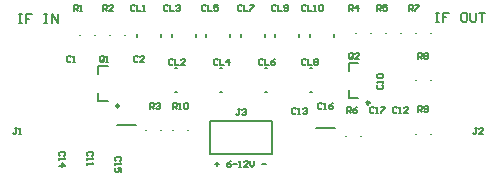
<source format=gto>
G04 Layer_Color=15132400*
%FSLAX24Y24*%
%MOIN*%
G70*
G01*
G75*
%ADD23C,0.0098*%
%ADD24C,0.0059*%
%ADD25C,0.0079*%
%ADD26C,0.0061*%
D23*
X10293Y7802D02*
G03*
X10293Y7802I-49J0D01*
G01*
X18643Y7902D02*
G03*
X18643Y7902I-49J0D01*
G01*
D24*
X16870Y7067D02*
X17500Y7067D01*
X10235Y7167D02*
X10865Y7167D01*
D25*
X16652Y10111D02*
X16652Y10189D01*
X17448Y10111D02*
X17448Y10189D01*
X15502Y10111D02*
X15502Y10189D01*
X16298Y10111D02*
X16298Y10189D01*
X14352Y10111D02*
X14352Y10189D01*
X15148Y10111D02*
X15148Y10189D01*
X13202Y10111D02*
X13202Y10189D01*
X13998Y10111D02*
X13998Y10189D01*
X12052Y10111D02*
X12052Y10189D01*
X12848Y10111D02*
X12848Y10189D01*
X10902Y10111D02*
X10902Y10189D01*
X11698Y10111D02*
X11698Y10189D01*
X16661Y8252D02*
X16739Y8252D01*
X16661Y9048D02*
X16739Y9048D01*
X15161Y8252D02*
X15239Y8252D01*
X15161Y9048D02*
X15239Y9048D01*
X13661Y8252D02*
X13739Y8252D01*
X13661Y9048D02*
X13739Y9048D01*
X12161Y8252D02*
X12239Y8252D01*
X12161Y9048D02*
X12239Y9048D01*
X13315Y7301D02*
X15401Y7301D01*
X13315Y6199D02*
X13315Y7301D01*
X13315Y6199D02*
X15401Y6199D01*
X15401Y7301D01*
X9594Y8865D02*
X9594Y9125D01*
X9915Y9125D01*
X9594Y7975D02*
X9594Y8235D01*
X9594Y7975D02*
X9915Y7975D01*
X17944Y8965D02*
X17944Y9225D01*
X18265Y9225D01*
X17944Y8075D02*
X17944Y8335D01*
X17944Y8075D02*
X18265Y8075D01*
X9506Y10153D02*
X9506Y10161D01*
X8994Y10153D02*
X8994Y10161D01*
X10506Y10146D02*
X10506Y10154D01*
X9994Y10146D02*
X9994Y10154D01*
X11688Y6996D02*
X11688Y7004D01*
X11177Y6996D02*
X11177Y7004D01*
X18706Y10220D02*
X18706Y10228D01*
X18194Y10220D02*
X18194Y10228D01*
X19706Y10220D02*
X19706Y10228D01*
X19194Y10220D02*
X19194Y10228D01*
X18354Y6796D02*
X18354Y6804D01*
X17842Y6796D02*
X17842Y6804D01*
X20706Y10220D02*
X20706Y10228D01*
X20194Y10220D02*
X20194Y10228D01*
X20706Y8646D02*
X20706Y8654D01*
X20194Y8646D02*
X20194Y8654D01*
X20194Y6846D02*
X20194Y6854D01*
X20706Y6846D02*
X20706Y6854D01*
X12606Y6996D02*
X12606Y7004D01*
X12094Y6996D02*
X12094Y7004D01*
D26*
X18785Y7717D02*
X18752Y7750D01*
X18685Y7750D01*
X18652Y7717D01*
X18652Y7583D01*
X18685Y7550D01*
X18752Y7550D01*
X18785Y7583D01*
X18852Y7550D02*
X18918Y7550D01*
X18885Y7550D01*
X18885Y7750D01*
X18852Y7717D01*
X19018Y7750D02*
X19152Y7750D01*
X19152Y7717D01*
X19018Y7583D01*
X19018Y7550D01*
X17068Y7867D02*
X17035Y7900D01*
X16968Y7900D01*
X16935Y7867D01*
X16935Y7733D01*
X16968Y7700D01*
X17035Y7700D01*
X17068Y7733D01*
X17135Y7700D02*
X17201Y7700D01*
X17168Y7700D01*
X17168Y7900D01*
X17135Y7867D01*
X17435Y7900D02*
X17368Y7867D01*
X17301Y7800D01*
X17301Y7733D01*
X17335Y7700D01*
X17401Y7700D01*
X17435Y7733D01*
X17435Y7767D01*
X17401Y7800D01*
X17301Y7800D01*
X10317Y5967D02*
X10350Y6000D01*
X10350Y6067D01*
X10317Y6100D01*
X10183Y6100D01*
X10150Y6067D01*
X10150Y6000D01*
X10183Y5967D01*
X10150Y5900D02*
X10150Y5833D01*
X10150Y5867D01*
X10350Y5867D01*
X10317Y5900D01*
X10350Y5600D02*
X10350Y5733D01*
X10250Y5733D01*
X10283Y5667D01*
X10283Y5633D01*
X10250Y5600D01*
X10183Y5600D01*
X10150Y5633D01*
X10150Y5700D01*
X10183Y5733D01*
X8467Y6117D02*
X8500Y6150D01*
X8500Y6217D01*
X8467Y6250D01*
X8333Y6250D01*
X8300Y6217D01*
X8300Y6150D01*
X8333Y6117D01*
X8300Y6050D02*
X8300Y5983D01*
X8300Y6017D01*
X8500Y6017D01*
X8467Y6050D01*
X8300Y5783D02*
X8500Y5783D01*
X8400Y5883D01*
X8400Y5750D01*
X16533Y11117D02*
X16500Y11150D01*
X16433Y11150D01*
X16400Y11117D01*
X16400Y10983D01*
X16433Y10950D01*
X16500Y10950D01*
X16533Y10983D01*
X16600Y11150D02*
X16600Y10950D01*
X16733Y10950D01*
X16800Y10950D02*
X16867Y10950D01*
X16833Y10950D01*
X16833Y11150D01*
X16800Y11117D01*
X16966Y11117D02*
X17000Y11150D01*
X17066Y11150D01*
X17100Y11117D01*
X17100Y10983D01*
X17066Y10950D01*
X17000Y10950D01*
X16966Y10983D01*
X16966Y11117D01*
X15533Y11117D02*
X15500Y11150D01*
X15433Y11150D01*
X15400Y11117D01*
X15400Y10983D01*
X15433Y10950D01*
X15500Y10950D01*
X15533Y10983D01*
X15600Y11150D02*
X15600Y10950D01*
X15733Y10950D01*
X15800Y10983D02*
X15833Y10950D01*
X15900Y10950D01*
X15933Y10983D01*
X15933Y11117D01*
X15900Y11150D01*
X15833Y11150D01*
X15800Y11117D01*
X15800Y11083D01*
X15833Y11050D01*
X15933Y11050D01*
X14383Y11117D02*
X14350Y11150D01*
X14283Y11150D01*
X14250Y11117D01*
X14250Y10983D01*
X14283Y10950D01*
X14350Y10950D01*
X14383Y10983D01*
X14450Y11150D02*
X14450Y10950D01*
X14583Y10950D01*
X14650Y11150D02*
X14783Y11150D01*
X14783Y11117D01*
X14650Y10983D01*
X14650Y10950D01*
X13183Y11117D02*
X13150Y11150D01*
X13083Y11150D01*
X13050Y11117D01*
X13050Y10983D01*
X13083Y10950D01*
X13150Y10950D01*
X13183Y10983D01*
X13250Y11150D02*
X13250Y10950D01*
X13383Y10950D01*
X13583Y11150D02*
X13450Y11150D01*
X13450Y11050D01*
X13517Y11083D01*
X13550Y11083D01*
X13583Y11050D01*
X13583Y10983D01*
X13550Y10950D01*
X13483Y10950D01*
X13450Y10983D01*
X11933Y11117D02*
X11900Y11150D01*
X11833Y11150D01*
X11800Y11117D01*
X11800Y10983D01*
X11833Y10950D01*
X11900Y10950D01*
X11933Y10983D01*
X12000Y11150D02*
X12000Y10950D01*
X12133Y10950D01*
X12200Y11117D02*
X12233Y11150D01*
X12300Y11150D01*
X12333Y11117D01*
X12333Y11083D01*
X12300Y11050D01*
X12267Y11050D01*
X12300Y11050D01*
X12333Y11017D01*
X12333Y10983D01*
X12300Y10950D01*
X12233Y10950D01*
X12200Y10983D01*
X10833Y11117D02*
X10800Y11150D01*
X10733Y11150D01*
X10700Y11117D01*
X10700Y10983D01*
X10733Y10950D01*
X10800Y10950D01*
X10833Y10983D01*
X10900Y11150D02*
X10900Y10950D01*
X11033Y10950D01*
X11100Y10950D02*
X11167Y10950D01*
X11133Y10950D01*
X11133Y11150D01*
X11100Y11117D01*
X16533Y9317D02*
X16500Y9350D01*
X16433Y9350D01*
X16400Y9317D01*
X16400Y9183D01*
X16433Y9150D01*
X16500Y9150D01*
X16533Y9183D01*
X16600Y9350D02*
X16600Y9150D01*
X16733Y9150D01*
X16800Y9317D02*
X16833Y9350D01*
X16900Y9350D01*
X16933Y9317D01*
X16933Y9283D01*
X16900Y9250D01*
X16933Y9217D01*
X16933Y9183D01*
X16900Y9150D01*
X16833Y9150D01*
X16800Y9183D01*
X16800Y9217D01*
X16833Y9250D01*
X16800Y9283D01*
X16800Y9317D01*
X16833Y9250D02*
X16900Y9250D01*
X15084Y9316D02*
X15051Y9349D01*
X14985Y9350D01*
X14951Y9317D01*
X14950Y9183D01*
X14983Y9150D01*
X15050Y9149D01*
X15083Y9183D01*
X15151Y9349D02*
X15150Y9149D01*
X15283Y9148D01*
X15484Y9347D02*
X15417Y9314D01*
X15350Y9248D01*
X15350Y9181D01*
X15383Y9147D01*
X15450Y9147D01*
X15483Y9180D01*
X15484Y9214D01*
X15450Y9247D01*
X15350Y9248D01*
X13583Y9317D02*
X13550Y9350D01*
X13483Y9350D01*
X13450Y9317D01*
X13450Y9183D01*
X13483Y9150D01*
X13550Y9150D01*
X13583Y9183D01*
X13650Y9350D02*
X13650Y9150D01*
X13783Y9150D01*
X13950Y9150D02*
X13950Y9350D01*
X13850Y9250D01*
X13983Y9250D01*
X12083Y9317D02*
X12050Y9350D01*
X11983Y9350D01*
X11950Y9317D01*
X11950Y9183D01*
X11983Y9150D01*
X12050Y9150D01*
X12083Y9183D01*
X12150Y9350D02*
X12150Y9150D01*
X12283Y9150D01*
X12483Y9150D02*
X12350Y9150D01*
X12483Y9283D01*
X12483Y9317D01*
X12450Y9350D01*
X12383Y9350D01*
X12350Y9317D01*
X8683Y9417D02*
X8650Y9450D01*
X8583Y9450D01*
X8550Y9417D01*
X8550Y9283D01*
X8583Y9250D01*
X8650Y9250D01*
X8683Y9283D01*
X8750Y9250D02*
X8817Y9250D01*
X8783Y9250D01*
X8783Y9450D01*
X8750Y9417D01*
X10933Y9417D02*
X10900Y9450D01*
X10833Y9450D01*
X10800Y9417D01*
X10800Y9283D01*
X10833Y9250D01*
X10900Y9250D01*
X10933Y9283D01*
X11133Y9250D02*
X11000Y9250D01*
X11133Y9383D01*
X11133Y9417D01*
X11100Y9450D01*
X11033Y9450D01*
X11000Y9417D01*
X18933Y8483D02*
X18900Y8450D01*
X18900Y8383D01*
X18933Y8350D01*
X19067Y8350D01*
X19100Y8383D01*
X19100Y8450D01*
X19067Y8483D01*
X19100Y8550D02*
X19100Y8617D01*
X19100Y8583D01*
X18900Y8583D01*
X18933Y8550D01*
X18933Y8717D02*
X18900Y8750D01*
X18900Y8817D01*
X18933Y8850D01*
X19067Y8850D01*
X19100Y8817D01*
X19100Y8750D01*
X19067Y8717D01*
X18933Y8717D01*
X9384Y6117D02*
X9417Y6150D01*
X9417Y6217D01*
X9384Y6250D01*
X9251Y6250D01*
X9217Y6217D01*
X9217Y6150D01*
X9251Y6117D01*
X9217Y6050D02*
X9217Y5983D01*
X9217Y6017D01*
X9417Y6017D01*
X9384Y6050D01*
X9217Y5883D02*
X9217Y5817D01*
X9217Y5850D01*
X9417Y5850D01*
X9384Y5883D01*
X19569Y7717D02*
X19536Y7750D01*
X19469Y7750D01*
X19436Y7717D01*
X19436Y7583D01*
X19469Y7550D01*
X19536Y7550D01*
X19569Y7583D01*
X19636Y7550D02*
X19702Y7550D01*
X19669Y7550D01*
X19669Y7750D01*
X19636Y7717D01*
X19936Y7550D02*
X19802Y7550D01*
X19936Y7683D01*
X19936Y7717D01*
X19902Y7750D01*
X19836Y7750D01*
X19802Y7717D01*
X16183Y7707D02*
X16150Y7740D01*
X16083Y7740D01*
X16050Y7707D01*
X16050Y7573D01*
X16083Y7540D01*
X16150Y7540D01*
X16183Y7573D01*
X16250Y7540D02*
X16317Y7540D01*
X16283Y7540D01*
X16283Y7740D01*
X16250Y7707D01*
X16417Y7707D02*
X16450Y7740D01*
X16517Y7740D01*
X16550Y7707D01*
X16550Y7673D01*
X16517Y7640D01*
X16483Y7640D01*
X16517Y7640D01*
X16550Y7607D01*
X16550Y7573D01*
X16517Y7540D01*
X16450Y7540D01*
X16417Y7573D01*
X14333Y7700D02*
X14267Y7700D01*
X14300Y7700D01*
X14300Y7533D01*
X14267Y7500D01*
X14233Y7500D01*
X14200Y7533D01*
X14400Y7667D02*
X14433Y7700D01*
X14500Y7700D01*
X14533Y7667D01*
X14533Y7633D01*
X14500Y7600D01*
X14467Y7600D01*
X14500Y7600D01*
X14533Y7567D01*
X14533Y7533D01*
X14500Y7500D01*
X14433Y7500D01*
X14400Y7533D01*
X6883Y7050D02*
X6817Y7050D01*
X6850Y7050D01*
X6850Y6883D01*
X6817Y6850D01*
X6783Y6850D01*
X6750Y6883D01*
X6950Y6850D02*
X7017Y6850D01*
X6983Y6850D01*
X6983Y7050D01*
X6950Y7017D01*
X22233Y7050D02*
X22167Y7050D01*
X22200Y7050D01*
X22200Y6883D01*
X22167Y6850D01*
X22133Y6850D01*
X22100Y6883D01*
X22433Y6850D02*
X22300Y6850D01*
X22433Y6983D01*
X22433Y7017D01*
X22400Y7050D01*
X22333Y7050D01*
X22300Y7017D01*
X9783Y9283D02*
X9783Y9417D01*
X9750Y9450D01*
X9683Y9450D01*
X9650Y9417D01*
X9650Y9283D01*
X9683Y9250D01*
X9750Y9250D01*
X9717Y9317D02*
X9783Y9250D01*
X9750Y9250D02*
X9783Y9283D01*
X9850Y9250D02*
X9917Y9250D01*
X9883Y9250D01*
X9883Y9450D01*
X9850Y9417D01*
X18083Y9383D02*
X18083Y9517D01*
X18050Y9550D01*
X17983Y9550D01*
X17950Y9517D01*
X17950Y9383D01*
X17983Y9350D01*
X18050Y9350D01*
X18017Y9417D02*
X18083Y9350D01*
X18050Y9350D02*
X18083Y9383D01*
X18283Y9350D02*
X18150Y9350D01*
X18283Y9483D01*
X18283Y9517D01*
X18250Y9550D01*
X18183Y9550D01*
X18150Y9517D01*
X8800Y10950D02*
X8800Y11150D01*
X8900Y11150D01*
X8933Y11117D01*
X8933Y11050D01*
X8900Y11017D01*
X8800Y11017D01*
X8867Y11017D02*
X8933Y10950D01*
X9000Y10950D02*
X9067Y10950D01*
X9033Y10950D01*
X9033Y11150D01*
X9000Y11117D01*
X9750Y10950D02*
X9750Y11150D01*
X9850Y11150D01*
X9883Y11117D01*
X9883Y11050D01*
X9850Y11017D01*
X9750Y11017D01*
X9817Y11017D02*
X9883Y10950D01*
X10083Y10950D02*
X9950Y10950D01*
X10083Y11083D01*
X10083Y11117D01*
X10050Y11150D01*
X9983Y11150D01*
X9950Y11117D01*
X11333Y7700D02*
X11335Y7900D01*
X11435Y7899D01*
X11468Y7865D01*
X11467Y7798D01*
X11433Y7765D01*
X11333Y7767D01*
X11400Y7766D02*
X11466Y7698D01*
X11535Y7864D02*
X11569Y7897D01*
X11635Y7896D01*
X11668Y7862D01*
X11668Y7829D01*
X11634Y7796D01*
X11601Y7796D01*
X11634Y7796D01*
X11667Y7762D01*
X11666Y7729D01*
X11632Y7696D01*
X11566Y7697D01*
X11533Y7731D01*
X17950Y10950D02*
X17950Y11150D01*
X18050Y11150D01*
X18083Y11117D01*
X18083Y11050D01*
X18050Y11017D01*
X17950Y11017D01*
X18017Y11017D02*
X18083Y10950D01*
X18250Y10950D02*
X18250Y11150D01*
X18150Y11050D01*
X18283Y11050D01*
X18900Y10950D02*
X18900Y11150D01*
X19000Y11150D01*
X19033Y11117D01*
X19033Y11050D01*
X19000Y11017D01*
X18900Y11017D01*
X18967Y11017D02*
X19033Y10950D01*
X19233Y11150D02*
X19100Y11150D01*
X19100Y11050D01*
X19167Y11083D01*
X19200Y11083D01*
X19233Y11050D01*
X19233Y10983D01*
X19200Y10950D01*
X19133Y10950D01*
X19100Y10983D01*
X17898Y7550D02*
X17898Y7750D01*
X17998Y7750D01*
X18031Y7717D01*
X18031Y7650D01*
X17998Y7617D01*
X17898Y7617D01*
X17965Y7617D02*
X18031Y7550D01*
X18231Y7750D02*
X18165Y7717D01*
X18098Y7650D01*
X18098Y7583D01*
X18131Y7550D01*
X18198Y7550D01*
X18231Y7583D01*
X18231Y7617D01*
X18198Y7650D01*
X18098Y7650D01*
X19950Y10950D02*
X19950Y11150D01*
X20050Y11150D01*
X20083Y11117D01*
X20083Y11050D01*
X20050Y11017D01*
X19950Y11017D01*
X20017Y11017D02*
X20083Y10950D01*
X20150Y11150D02*
X20283Y11150D01*
X20283Y11117D01*
X20150Y10983D01*
X20150Y10950D01*
X20250Y9350D02*
X20250Y9550D01*
X20350Y9550D01*
X20383Y9517D01*
X20383Y9450D01*
X20350Y9417D01*
X20250Y9417D01*
X20317Y9417D02*
X20383Y9350D01*
X20450Y9517D02*
X20483Y9550D01*
X20550Y9550D01*
X20583Y9517D01*
X20583Y9483D01*
X20550Y9450D01*
X20583Y9417D01*
X20583Y9383D01*
X20550Y9350D01*
X20483Y9350D01*
X20450Y9383D01*
X20450Y9417D01*
X20483Y9450D01*
X20450Y9483D01*
X20450Y9517D01*
X20483Y9450D02*
X20550Y9450D01*
X20250Y7600D02*
X20250Y7800D01*
X20350Y7800D01*
X20383Y7767D01*
X20383Y7700D01*
X20350Y7667D01*
X20250Y7667D01*
X20317Y7667D02*
X20383Y7600D01*
X20450Y7633D02*
X20483Y7600D01*
X20550Y7600D01*
X20583Y7633D01*
X20583Y7767D01*
X20550Y7800D01*
X20483Y7800D01*
X20450Y7767D01*
X20450Y7733D01*
X20483Y7700D01*
X20583Y7700D01*
X12100Y7700D02*
X12097Y7900D01*
X12197Y7902D01*
X12230Y7869D01*
X12232Y7802D01*
X12199Y7768D01*
X12099Y7767D01*
X12166Y7768D02*
X12233Y7702D01*
X12300Y7703D02*
X12367Y7704D01*
X12333Y7704D01*
X12330Y7904D01*
X12297Y7870D01*
X12464Y7873D02*
X12496Y7907D01*
X12563Y7908D01*
X12597Y7875D01*
X12599Y7742D01*
X12566Y7708D01*
X12500Y7707D01*
X12466Y7739D01*
X12464Y7873D01*
X6950Y10850D02*
X7050Y10850D01*
X7000Y10850D01*
X7000Y10550D01*
X6950Y10550D01*
X7050Y10550D01*
X7400Y10850D02*
X7200Y10850D01*
X7200Y10700D01*
X7300Y10700D01*
X7200Y10700D01*
X7200Y10550D01*
X7800Y10850D02*
X7900Y10850D01*
X7850Y10850D01*
X7850Y10550D01*
X7800Y10550D01*
X7900Y10550D01*
X8050Y10550D02*
X8050Y10850D01*
X8250Y10550D01*
X8250Y10850D01*
X13500Y5850D02*
X13633Y5850D01*
X13567Y5917D02*
X13567Y5783D01*
X14033Y5950D02*
X13967Y5917D01*
X13900Y5850D01*
X13900Y5783D01*
X13933Y5750D01*
X14000Y5750D01*
X14033Y5783D01*
X14033Y5817D01*
X14000Y5850D01*
X13900Y5850D01*
X14100Y5850D02*
X14233Y5850D01*
X14300Y5750D02*
X14366Y5750D01*
X14333Y5750D01*
X14333Y5950D01*
X14300Y5917D01*
X14600Y5750D02*
X14466Y5750D01*
X14600Y5883D01*
X14600Y5917D01*
X14566Y5950D01*
X14500Y5950D01*
X14466Y5917D01*
X14666Y5950D02*
X14666Y5817D01*
X14733Y5750D01*
X14800Y5817D01*
X14800Y5950D01*
X15066Y5850D02*
X15199Y5850D01*
X20850Y10900D02*
X20950Y10900D01*
X20900Y10900D01*
X20900Y10600D01*
X20850Y10600D01*
X20950Y10600D01*
X21300Y10900D02*
X21100Y10900D01*
X21100Y10750D01*
X21200Y10750D01*
X21100Y10750D01*
X21100Y10600D01*
X21850Y10900D02*
X21750Y10900D01*
X21700Y10850D01*
X21700Y10650D01*
X21750Y10600D01*
X21850Y10600D01*
X21900Y10650D01*
X21900Y10850D01*
X21850Y10900D01*
X22000Y10900D02*
X22000Y10650D01*
X22050Y10600D01*
X22150Y10600D01*
X22200Y10650D01*
X22200Y10900D01*
X22300Y10900D02*
X22499Y10900D01*
X22399Y10900D01*
X22399Y10600D01*
M02*

</source>
